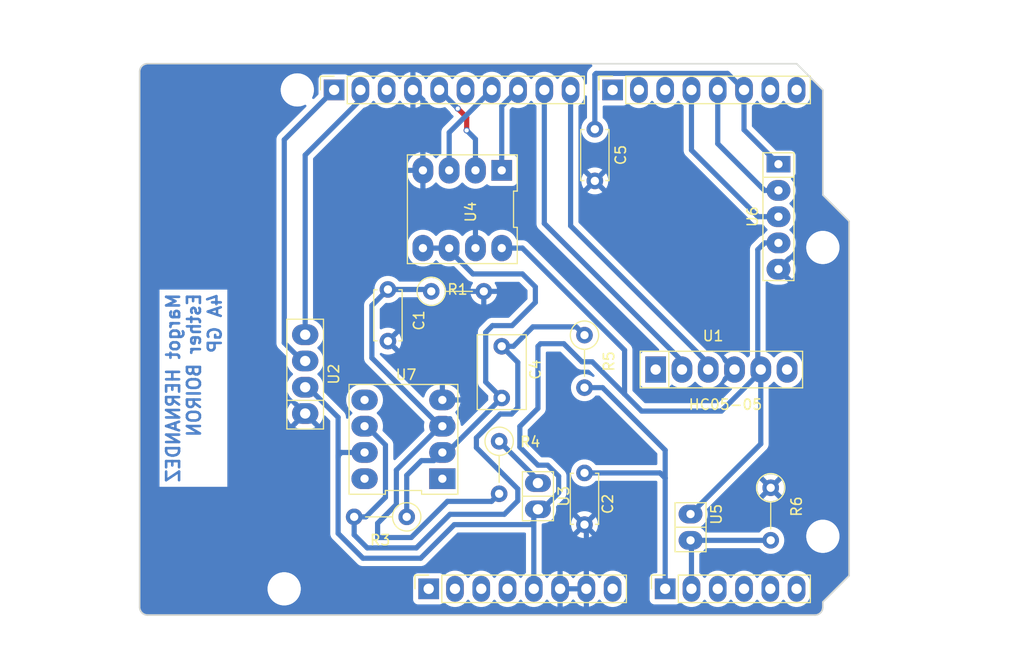
<source format=kicad_pcb>
(kicad_pcb (version 20241229) (generator "pcbnew") (generator_version "9.0")
  (title_block (date "mar. 31 mars 2015"))
  (layers (0 "F.Cu" signal) (2 "B.Cu" signal) (13 "F.Paste" user) (15 "B.Paste" user) (5 "F.SilkS" user "F.Silkscreen") (7 "B.SilkS" user "B.Silkscreen") (1 "F.Mask" user) (3 "B.Mask" user) (25 "Edge.Cuts" user))
  (net 0 "")
  (net 1 "GND")
  (net 3 "+5V")
  (net 4 "/IOREF")
  (net 5 "Net-(U7-+)")
  (net 6 "ADC")
  (net 7 "/A2")
  (net 8 "/A3")
  (net 9 "R2")
  (net 10 "Net-(U7-OUT)")
  (net 11 "CLK")
  (net 12 "SDI")
  (net 13 "/AREF")
  (net 14 "/7")
  (net 15 "SCL")
  (net 16 "CS")
  (net 17 "SCK")
  (net 18 "/TX{slash}1")
  (net 19 "RXD")
  (net 20 "SDA")
  (net 21 "TXD")
  (net 22 "/*6")
  (net 23 "/RX{slash}0")
  (net 24 "/*5")
  (net 25 "+3V3")
  (net 26 "VCC")
  (net 27 "/~{RESET}")
  (net 28 "FS")
  (net 30 "DT")
  (net 31 "SW")
  (net 32 "Net-(R4-Pad1)")
  (net 34 "/12")
  (footprint "Connector_PinSocket_2.54mm:PinSocket_1x08_P2.54mm_Vertical" (layer "F.Cu") (at 127.94 97.46 90)
    (property "Reference" "J1" (hide yes))
    (property "Value" "Power")
    (fp_line (start 1.33 -1.33) (end 1.33 0) (stroke (width 0.12)) (layer "F.SilkS"))
    (fp_line (start 0 -1.33) (end 1.33 -1.33) (stroke (width 0.12)) (layer "F.SilkS"))
    (fp_line (start 1.33 1.27) (end 1.33 19.11) (stroke (width 0.12)) (layer "F.SilkS"))
    (fp_line (start -1.33 1.27) (end 1.33 1.27) (stroke (width 0.12)) (layer "F.SilkS"))
    (fp_line (start -1.33 1.27) (end -1.33 19.11) (stroke (width 0.12)) (layer "F.SilkS"))
    (fp_line (start -1.33 19.11) (end 1.33 19.11) (stroke (width 0.12)) (layer "F.SilkS"))
    (pad "1" thru_hole rect (at 0 0 90) (size 2 2) (drill 1) (layers "*.Cu" "*.Mask"))
    (pad "2" thru_hole oval (at 0 2.54 90) (size 2.5 1.7) (drill 1) (layers "*.Cu" "*.Mask") (net 4 "/IOREF"))
    (pad "3" thru_hole oval (at 0 5.08 90) (size 2.5 1.7) (drill 1) (layers "*.Cu" "*.Mask") (net 27 "/~{RESET}"))
    (pad "4" thru_hole oval (at 0 7.62 90) (size 2.5 1.7) (drill 1) (layers "*.Cu" "*.Mask") (net 25 "+3V3"))
    (pad "5" thru_hole oval (at 0 10.16 90) (size 2.5 1.7) (drill 1) (layers "*.Cu" "*.Mask") (net 3 "+5V"))
    (pad "6" thru_hole oval (at 0 12.7 90) (size 2.5 1.7) (drill 1) (layers "*.Cu" "*.Mask") (net 1 "GND"))
    (pad "7" thru_hole oval (at 0 15.24 90) (size 2.5 1.7) (drill 1) (layers "*.Cu" "*.Mask") (net 1 "GND"))
    (pad "8" thru_hole oval (at 0 17.78 90) (size 2.5 1.7) (drill 1) (layers "*.Cu" "*.Mask") (net 26 "VCC"))
  )
  (footprint "Connector_PinSocket_2.54mm:PinSocket_1x06_P2.54mm_Vertical" (layer "F.Cu") (at 150.8 97.46 90)
    (property "Reference" "J3" (hide yes))
    (property "Value" "Analog")
    (fp_line (start 1.33 -1.33) (end 1.33 0) (stroke (width 0.12)) (layer "F.SilkS"))
    (fp_line (start 0 -1.33) (end 1.33 -1.33) (stroke (width 0.12)) (layer "F.SilkS"))
    (fp_line (start 1.33 1.27) (end 1.33 14.03) (stroke (width 0.12)) (layer "F.SilkS"))
    (fp_line (start -1.33 1.27) (end 1.33 1.27) (stroke (width 0.12)) (layer "F.SilkS"))
    (fp_line (start -1.33 1.27) (end -1.33 14.03) (stroke (width 0.12)) (layer "F.SilkS"))
    (fp_line (start -1.33 14.03) (end 1.33 14.03) (stroke (width 0.12)) (layer "F.SilkS"))
    (pad "1" thru_hole rect (at 0 0 90) (size 2 2) (drill 1) (layers "*.Cu" "*.Mask") (net 6 "ADC"))
    (pad "2" thru_hole oval (at 0 2.54 90) (size 2.5 1.7) (drill 1) (layers "*.Cu" "*.Mask") (net 28 "FS"))
    (pad "3" thru_hole oval (at 0 5.08 90) (size 2.5 1.7) (drill 1) (layers "*.Cu" "*.Mask") (net 7 "/A2"))
    (pad "4" thru_hole oval (at 0 7.62 90) (size 2.5 1.7) (drill 1) (layers "*.Cu" "*.Mask") (net 8 "/A3"))
    (pad "5" thru_hole oval (at 0 10.16 90) (size 2.5 1.7) (drill 1) (layers "*.Cu" "*.Mask") (net 20 "SDA"))
    (pad "6" thru_hole oval (at 0 12.7 90) (size 2.5 1.7) (drill 1) (layers "*.Cu" "*.Mask") (net 15 "SCL"))
  )
  (footprint "Connector_PinSocket_2.54mm:PinSocket_1x10_P2.54mm_Vertical" (layer "F.Cu") (at 118.796 49.2 90)
    (property "Reference" "J2" (hide yes))
    (property "Value" "Digital/PWM")
    (fp_line (start 1.33 -1.33) (end 1.33 0) (stroke (width 0.12)) (layer "F.SilkS"))
    (fp_line (start 0 -1.33) (end 1.33 -1.33) (stroke (width 0.12)) (layer "F.SilkS"))
    (fp_line (start 1.33 1.27) (end 1.33 24.19) (stroke (width 0.12)) (layer "F.SilkS"))
    (fp_line (start -1.33 1.27) (end 1.33 1.27) (stroke (width 0.12)) (layer "F.SilkS"))
    (fp_line (start -1.33 1.27) (end -1.33 24.19) (stroke (width 0.12)) (layer "F.SilkS"))
    (fp_line (start -1.33 24.19) (end 1.33 24.19) (stroke (width 0.12)) (layer "F.SilkS"))
    (pad "1" thru_hole rect (at 0 0 90) (size 2 2) (drill 1) (layers "*.Cu" "*.Mask") (net 15 "SCL"))
    (pad "2" thru_hole oval (at 0 2.54 90) (size 2.5 1.7) (drill 1) (layers "*.Cu" "*.Mask") (net 20 "SDA"))
    (pad "3" thru_hole oval (at 0 5.08 90) (size 2.5 1.7) (drill 1) (layers "*.Cu" "*.Mask") (net 13 "/AREF"))
    (pad "4" thru_hole oval (at 0 7.62 90) (size 2.5 1.7) (drill 1) (layers "*.Cu" "*.Mask") (net 1 "GND"))
    (pad "5" thru_hole oval (at 0 10.16 90) (size 2.5 1.7) (drill 1) (layers "*.Cu" "*.Mask") (net 17 "SCK"))
    (pad "6" thru_hole oval (at 0 12.7 90) (size 2.5 1.7) (drill 1) (layers "*.Cu" "*.Mask") (net 34 "/12"))
    (pad "7" thru_hole oval (at 0 15.24 90) (size 2.5 1.7) (drill 1) (layers "*.Cu" "*.Mask") (net 12 "SDI"))
    (pad "8" thru_hole oval (at 0 17.78 90) (size 2.5 1.7) (drill 1) (layers "*.Cu" "*.Mask") (net 16 "CS"))
    (pad "9" thru_hole oval (at 0 20.32 90) (size 2.5 1.7) (drill 1) (layers "*.Cu" "*.Mask") (net 19 "RXD"))
    (pad "10" thru_hole oval (at 0 22.86 90) (size 2.5 1.7) (drill 1) (layers "*.Cu" "*.Mask") (net 21 "TXD"))
  )
  (footprint "Connector_PinSocket_2.54mm:PinSocket_1x08_P2.54mm_Vertical" (layer "F.Cu") (at 145.72 49.2 90)
    (property "Reference" "J4" (hide yes))
    (property "Value" "Digital/PWM")
    (fp_line (start 1.33 -1.33) (end 1.33 0) (stroke (width 0.12)) (layer "F.SilkS"))
    (fp_line (start 0 -1.33) (end 1.33 -1.33) (stroke (width 0.12)) (layer "F.SilkS"))
    (fp_line (start 1.33 1.27) (end 1.33 19.11) (stroke (width 0.12)) (layer "F.SilkS"))
    (fp_line (start -1.33 1.27) (end 1.33 1.27) (stroke (width 0.12)) (layer "F.SilkS"))
    (fp_line (start -1.33 1.27) (end -1.33 19.11) (stroke (width 0.12)) (layer "F.SilkS"))
    (fp_line (start -1.33 19.11) (end 1.33 19.11) (stroke (width 0.12)) (layer "F.SilkS"))
    (pad "1" thru_hole rect (at 0 0 90) (size 2 2) (drill 1) (layers "*.Cu" "*.Mask") (net 14 "/7"))
    (pad "2" thru_hole oval (at 0 2.54 90) (size 2.5 1.7) (drill 1) (layers "*.Cu" "*.Mask") (net 22 "/*6"))
    (pad "3" thru_hole oval (at 0 5.08 90) (size 2.5 1.7) (drill 1) (layers "*.Cu" "*.Mask") (net 24 "/*5"))
    (pad "4" thru_hole oval (at 0 7.62 90) (size 2.5 1.7) (drill 1) (layers "*.Cu" "*.Mask") (net 31 "SW"))
    (pad "5" thru_hole oval (at 0 10.16 90) (size 2.5 1.7) (drill 1) (layers "*.Cu" "*.Mask") (net 30 "DT"))
    (pad "6" thru_hole oval (at 0 12.7 90) (size 2.5 1.7) (drill 1) (layers "*.Cu" "*.Mask") (net 11 "CLK"))
    (pad "7" thru_hole oval (at 0 15.24 90) (size 2.5 1.7) (drill 1) (layers "*.Cu" "*.Mask") (net 18 "/TX{slash}1"))
    (pad "8" thru_hole oval (at 0 17.78 90) (size 2.5 1.7) (drill 1) (layers "*.Cu" "*.Mask") (net 23 "/RX{slash}0"))
  )
  (footprint "librairie-empreintes:LTC1050" (layer "F.Cu") (at 125.5 83 90)
    (property "Reference" "U7" (at 6.25 0.25 0) (layer "F.SilkS"))
    (property "Value" "~")
    (fp_line (start 5.31 -5.26) (end -5.31 -5.26) (stroke (width 0.12)) (layer "F.SilkS"))
    (fp_line (start -5.31 -5.26) (end -5.31 -1.753333) (stroke (width 0.12)) (layer "F.SilkS"))
    (fp_line (start -4.95 -1.753333) (end -4.95 1.753333) (stroke (width 0.12)) (layer "F.SilkS"))
    (fp_line (start -5.31 -1.753333) (end -4.95 -1.753333) (stroke (width 0.12)) (layer "F.SilkS"))
    (fp_line (start -4.95 1.753333) (end -5.31 1.753333) (stroke (width 0.12)) (layer "F.SilkS"))
    (fp_line (start -5.31 1.753333) (end -5.31 5.26) (stroke (width 0.12)) (layer "F.SilkS"))
    (fp_line (start 5.31 5.26) (end 5.31 -5.26) (stroke (width 0.12)) (layer "F.SilkS"))
    (fp_line (start -5.31 5.26) (end 5.31 5.26) (stroke (width 0.12)) (layer "F.SilkS"))
    (pad "1" thru_hole rect (at -3.81 3.76 90) (size 2 2.54) (drill 0.8) (layers "*.Cu" "*.Mask"))
    (pad "2" thru_hole oval (at -1.27 3.76 90) (size 2 2.54) (drill 0.8) (layers "*.Cu" "*.Mask") (net 9 "R2"))
    (pad "3" thru_hole oval (at 1.27 3.76 90) (size 2 2.54) (drill 0.8) (layers "*.Cu" "*.Mask") (net 5 "Net-(U7-+)"))
    (pad "4" thru_hole oval (at 3.81 3.76 90) (size 2 2.54) (drill 0.8) (layers "*.Cu" "*.Mask") (net 1 "GND"))
    (pad "5" thru_hole oval (at 3.81 -3.76 90) (size 2 2.54) (drill 0.8) (layers "*.Cu" "*.Mask"))
    (pad "6" thru_hole oval (at 1.27 -3.76 90) (size 2 2.54) (drill 0.8) (layers "*.Cu" "*.Mask") (net 10 "Net-(U7-OUT)"))
    (pad "7" thru_hole oval (at -1.27 -3.76 90) (size 2 2.54) (drill 0.8) (layers "*.Cu" "*.Mask") (net 3 "+5V"))
    (pad "8" thru_hole oval (at -3.81 -3.76 90) (size 2 2.54) (drill 0.8) (layers "*.Cu" "*.Mask"))
  )
  (footprint "Capacitor_THT:C_Rect_L7.0mm_W4.5mm_P5.00mm" (layer "F.Cu") (at 135 79 90)
    (property "Reference" "C4" (at 2.75 3.25 90) (layer "F.SilkS"))
    (property "Value" "1u")
    (fp_line (start 6.12 -2.37) (end 6.12 2.37) (stroke (width 0.12)) (layer "F.SilkS"))
    (fp_line (start -1.12 -2.37) (end 6.12 -2.37) (stroke (width 0.12)) (layer "F.SilkS"))
    (fp_line (start -1.12 -2.37) (end -1.12 2.37) (stroke (width 0.12)) (layer "F.SilkS"))
    (fp_line (start -1.12 2.37) (end 6.12 2.37) (stroke (width 0.12)) (layer "F.SilkS"))
    (pad "1" thru_hole circle (at 0 0 90) (size 1.6 1.6) (drill 0.8) (layers "*.Cu" "*.Mask") (net 9 "R2"))
    (pad "2" thru_hole circle (at 5 0 90) (size 1.6 1.6) (drill 0.8) (layers "*.Cu" "*.Mask") (net 10 "Net-(U7-OUT)"))
  )
  (footprint "Resistor_THT:R_Axial_DIN0207_L6.3mm_D2.5mm_P5.08mm_Vertical" (layer "F.Cu") (at 128.185 68.685)
    (property "Reference" "R1" (at 2.54 -0.185 0) (layer "F.SilkS"))
    (property "Value" "100k")
    (fp_line (start 1.37 0) (end 3.98 0) (stroke (width 0.12)) (layer "F.SilkS"))
    (fp_circle (center 0 0) (end 1.37 0) (stroke (width 0.12)) (fill no) (layer "F.SilkS"))
    (pad "1" thru_hole circle (at 0 0) (size 1.6 1.6) (drill 0.8) (layers "*.Cu" "*.Mask") (net 5 "Net-(U7-+)"))
    (pad "2" thru_hole oval (at 5.08 0) (size 1.6 1.6) (drill 0.8) (layers "*.Cu" "*.Mask") (net 1 "GND"))
  )
  (footprint "librairie-empreintes:flex-sensor" (layer "F.Cu") (at 153.25 91.5 -90)
    (property "Reference" "U5" (at -1.25 -2.5 90) (layer "F.SilkS"))
    (property "Value" "~")
    (fp_line (start -2.37 1.5) (end -2.37 -1.5) (stroke (width 0.12)) (layer "F.SilkS"))
    (fp_line (start 2.37 1.5) (end -2.37 1.5) (stroke (width 0.12)) (layer "F.SilkS"))
    (fp_line (start -2.37 -1.5) (end 2.37 -1.5) (stroke (width 0.12)) (layer "F.SilkS"))
    (fp_line (start 0 -1.5) (end 0 1.5) (stroke (width 0.12)) (layer "F.SilkS"))
    (fp_line (start 2.37 -1.5) (end 2.37 1.5) (stroke (width 0.12)) (layer "F.SilkS"))
    (pad "1" thru_hole oval (at -1.27 0 270) (size 1.8 2.3) (drill 0.8) (layers "*.Cu" "*.Mask") (net 3 "+5V"))
    (pad "2" thru_hole oval (at 1.27 0 270) (size 1.8 2.3) (drill 0.8) (layers "*.Cu" "*.Mask") (net 28 "FS"))
  )
  (footprint "librairie-empreintes:HC05-05" (layer "F.Cu") (at 155.58 75.02)
    (property "Reference" "U1" (at -0.15 -2.02 0) (layer "F.SilkS"))
    (property "Value" "~")
    (fp_line (start -7.2 -0.54) (end 8.5 -0.54) (stroke (width 0.12)) (layer "F.SilkS"))
    (fp_line (start -7.2 3) (end -7.2 -0.54) (stroke (width 0.12)) (layer "F.SilkS"))
    (fp_line (start -4.43 -0.54) (end -4.43 3) (stroke (width 0.12)) (layer "F.SilkS"))
    (fp_line (start 8.5 -0.54) (end 8.5 3) (stroke (width 0.12)) (layer "F.SilkS"))
    (fp_line (start 8.5 3) (end -7.2 3) (stroke (width 0.12)) (layer "F.SilkS"))
    (fp_text user "HC05-05" (at -2.6 5.2 0) (layer "F.SilkS") (effects (justify left bottom)))
    (pad "1" thru_hole rect (at -5.7 1.23) (size 2 2.54) (drill 1) (layers "*.Cu" "*.Mask"))
    (pad "2" thru_hole oval (at -3.16 1.23) (size 2 2.54) (drill 1) (layers "*.Cu" "*.Mask") (net 19 "RXD"))
    (pad "3" thru_hole oval (at -0.62 1.23) (size 2 2.54) (drill 1) (layers "*.Cu" "*.Mask") (net 21 "TXD"))
    (pad "4" thru_hole oval (at 1.92 1.23) (size 2 2.54) (drill 1) (layers "*.Cu" "*.Mask") (net 1 "GND"))
    (pad "5" thru_hole oval (at 4.46 1.23) (size 2 2.54) (drill 1) (layers "*.Cu" "*.Mask") (net 3 "+5V"))
    (pad "6" thru_hole oval (at 7 1.23) (size 2 2.54) (drill 1) (layers "*.Cu" "*.Mask"))
  )
  (footprint "Capacitor_THT:C_Disc_D4.7mm_W2.5mm_P5.00mm" (layer "F.Cu") (at 143 86.25 -90)
    (property "Reference" "C2" (at 3 -2.25 270) (layer "F.SilkS"))
    (property "Value" "100n")
    (fp_line (start 0.03 1.37) (end 4.97 1.37) (stroke (width 0.12)) (layer "F.SilkS"))
    (fp_line (start 0.03 1.055) (end 0.03 1.37) (stroke (width 0.12)) (layer "F.SilkS"))
    (fp_line (start 4.97 1.055) (end 4.97 1.37) (stroke (width 0.12)) (layer "F.SilkS"))
    (fp_line (start 0.03 -1.37) (end 0.03 -1.055) (stroke (width 0.12)) (layer "F.SilkS"))
    (fp_line (start 0.03 -1.37) (end 4.97 -1.37) (stroke (width 0.12)) (layer "F.SilkS"))
    (fp_line (start 4.97 -1.37) (end 4.97 -1.055) (stroke (width 0.12)) (layer "F.SilkS"))
    (pad "1" thru_hole circle (at 0 0 270) (size 1.6 1.6) (drill 0.8) (layers "*.Cu" "*.Mask") (net 6 "ADC"))
    (pad "2" thru_hole circle (at 5 0 270) (size 1.6 1.6) (drill 0.8) (layers "*.Cu" "*.Mask") (net 1 "GND"))
  )
  (footprint "Arduino_MountingHole:MountingHole_3.2mm" (layer "F.Cu") (at 115.24 49.2)
    (property "Reference" "MH1" (hide yes))
    (property "Value" "MountingHole_3.2mm" (hide yes))
    (pad "" np_thru_hole circle (at 0 0) (size 3.2 3.2) (drill 3.2) (layers "*.Cu" "*.Mask"))
  )
  (footprint "Resistor_THT:R_Axial_DIN0207_L6.3mm_D2.5mm_P5.08mm_Vertical" (layer "F.Cu") (at 143 72.92 -90)
    (property "Reference" "R5" (at 2.54 -2.37 90) (layer "F.SilkS"))
    (property "Value" "1k")
    (fp_line (start 1.37 0) (end 3.98 0) (stroke (width 0.12)) (layer "F.SilkS"))
    (fp_circle (center 0 0) (end 1.37 0) (stroke (width 0.12)) (fill no) (layer "F.SilkS"))
    (pad "1" thru_hole circle (at 0 0 270) (size 1.6 1.6) (drill 0.8) (layers "*.Cu" "*.Mask") (net 10 "Net-(U7-OUT)"))
    (pad "2" thru_hole oval (at 5.08 0 270) (size 1.6 1.6) (drill 0.8) (layers "*.Cu" "*.Mask") (net 6 "ADC"))
  )
  (footprint "librairie-empreintes:MCP41050" (layer "F.Cu") (at 131.19 60.74 180)
    (property "Reference" "U4" (at -0.81 -0.26 90) (layer "F.SilkS"))
    (property "Value" "~")
    (fp_line (start 5.31 5.26) (end 5.31 -5.26) (stroke (width 0.12)) (layer "F.SilkS"))
    (fp_line (start 5.31 -5.26) (end -5.31 -5.26) (stroke (width 0.12)) (layer "F.SilkS"))
    (fp_line (start -4.95 1.753333) (end -5.31 1.753333) (stroke (width 0.12)) (layer "F.SilkS"))
    (fp_line (start -4.95 -1.753333) (end -4.95 1.753333) (stroke (width 0.12)) (layer "F.SilkS"))
    (fp_line (start -5.31 5.26) (end 5.31 5.26) (stroke (width 0.12)) (layer "F.SilkS"))
    (fp_line (start -5.31 1.753333) (end -5.31 5.26) (stroke (width 0.12)) (layer "F.SilkS"))
    (fp_line (start -5.31 -1.753333) (end -4.95 -1.753333) (stroke (width 0.12)) (layer "F.SilkS"))
    (fp_line (start -5.31 -5.26) (end -5.31 -1.753333) (stroke (width 0.12)) (layer "F.SilkS"))
    (pad "1" thru_hole rect (at -3.81 3.76 180) (size 2 2) (drill 0.8) (layers "*.Cu" "*.Mask") (net 16 "CS"))
    (pad "2" thru_hole oval (at -1.27 3.76 180) (size 2 2.54) (drill 0.8) (layers "*.Cu" "*.Mask") (net 17 "SCK"))
    (pad "3" thru_hole oval (at 1.27 3.76 180) (size 2 2.54) (drill 0.8) (layers "*.Cu" "*.Mask") (net 12 "SDI"))
    (pad "4" thru_hole oval (at 3.81 3.76 180) (size 2 2.54) (drill 0.8) (layers "*.Cu" "*.Mask") (net 1 "GND"))
    (pad "5" thru_hole oval (at 3.81 -3.76 180) (size 2 2.54) (drill 0.8) (layers "*.Cu" "*.Mask") (net 9 "R2"))
    (pad "6" thru_hole oval (at 1.27 -3.76 180) (size 2 2.54) (drill 0.8) (layers "*.Cu" "*.Mask") (net 9 "R2"))
    (pad "7" thru_hole oval (at -1.27 -3.76 180) (size 2 2.54) (drill 0.8) (layers "*.Cu" "*.Mask") (net 1 "GND"))
    (pad "8" thru_hole oval (at -3.81 -3.76 180) (size 2 2.54) (drill 0.8) (layers "*.Cu" "*.Mask") (net 3 "+5V"))
  )
  (footprint "librairie-empreintes:OLED01" (layer "F.Cu") (at 116 76.69 90)
    (property "Reference" "U2" (at 0 2.77 90) (layer "F.SilkS"))
    (property "Value" "~")
    (fp_line (start 5.31 -1.77) (end 5.31 1.77) (stroke (width 0.12)) (layer "F.SilkS"))
    (fp_line (start -2.54 -1.77) (end -2.54 1.77) (stroke (width 0.12)) (layer "F.SilkS"))
    (fp_line (start -5.31 -1.77) (end 5.31 -1.77) (stroke (width 0.12)) (layer "F.SilkS"))
    (fp_line (start 5.31 1.77) (end -5.31 1.77) (stroke (width 0.12)) (layer "F.SilkS"))
    (fp_line (start -5.31 1.77) (end -5.31 -1.77) (stroke (width 0.12)) (layer "F.SilkS"))
    (pad "1" thru_hole oval (at -3.81 0 90) (size 2 2.54) (drill 1) (layers "*.Cu" "*.Mask") (net 1 "GND"))
    (pad "2" thru_hole oval (at -1.27 0 90) (size 2 2.54) (drill 1) (layers "*.Cu" "*.Mask") (net 3 "+5V"))
    (pad "3" thru_hole oval (at 1.27 0 90) (size 2 2.54) (drill 1) (layers "*.Cu" "*.Mask") (net 15 "SCL"))
    (pad "4" thru_hole oval (at 3.81 0 90) (size 2 2.54) (drill 1) (layers "*.Cu" "*.Mask") (net 20 "SDA"))
  )
  (footprint "Resistor_THT:R_Axial_DIN0207_L6.3mm_D2.5mm_P5.08mm_Vertical" (layer "F.Cu") (at 161 87.685 -90)
    (property "Reference" "R6" (at 1.815 -2.5 90) (layer "F.SilkS"))
    (property "Value" "47k")
    (fp_line (start 1.37 0) (end 3.98 0) (stroke (width 0.12)) (layer "F.SilkS"))
    (fp_circle (center 0 0) (end 1.37 0) (stroke (width 0.12)) (fill no) (layer "F.SilkS"))
    (pad "1" thru_hole circle (at 0 0 270) (size 1.6 1.6) (drill 0.8) (layers "*.Cu" "*.Mask") (net 1 "GND"))
    (pad "2" thru_hole oval (at 5.08 0 270) (size 1.6 1.6) (drill 0.8) (layers "*.Cu" "*.Mask") (net 28 "FS"))
  )
  (footprint "librairie-empreintes:graphite-sensor" (layer "F.Cu") (at 138.5 88.5 90)
    (property "Reference" "U3" (at 0 2.5 90) (layer "F.SilkS"))
    (property "Value" "~")
    (fp_line (start 2.37 -1.5) (end 2.37 1.5) (stroke (width 0.12)) (layer "F.SilkS"))
    (fp_line (start 0 -1.5) (end 0 1.5) (stroke (width 0.12)) (layer "F.SilkS"))
    (fp_line (start -2.37 -1.5) (end 2.37 -1.5) (stroke (width 0.12)) (layer "F.SilkS"))
    (fp_line (start 2.37 1.5) (end -2.37 1.5) (stroke (width 0.12)) (layer "F.SilkS"))
    (fp_line (start -2.37 1.5) (end -2.37 -1.5) (stroke (width 0.12)) (layer "F.SilkS"))
    (pad "1" thru_hole oval (at -1.27 0 90) (size 1.7 2.5) (drill 1) (layers "*.Cu" "*.Mask") (net 3 "+5V"))
    (pad "2" thru_hole oval (at 1.27 0 90) (size 1.7 2.5) (drill 1) (layers "*.Cu" "*.Mask") (net 32 "Net-(R4-Pad1)"))
  )
  (footprint "Capacitor_THT:C_Disc_D4.7mm_W2.5mm_P5.00mm" (layer "F.Cu") (at 144 53 -90)
    (property "Reference" "C5" (at 2.5 -2.5 90) (layer "F.SilkS"))
    (property "Value" "100n")
    (fp_line (start 0.03 1.37) (end 4.97 1.37) (stroke (width 0.12)) (layer "F.SilkS"))
    (fp_line (start 0.03 1.055) (end 0.03 1.37) (stroke (width 0.12)) (layer "F.SilkS"))
    (fp_line (start 4.97 1.055) (end 4.97 1.37) (stroke (width 0.12)) (layer "F.SilkS"))
    (fp_line (start 0.03 -1.37) (end 0.03 -1.055) (stroke (width 0.12)) (layer "F.SilkS"))
    (fp_line (start 0.03 -1.37) (end 4.97 -1.37) (stroke (width 0.12)) (layer "F.SilkS"))
    (fp_line (start 4.97 -1.37) (end 4.97 -1.055) (stroke (width 0.12)) (layer "F.SilkS"))
    (pad "1" thru_hole circle (at 0 0 270) (size 1.6 1.6) (drill 0.8) (layers "*.Cu" "*.Mask") (net 11 "CLK"))
    (pad "2" thru_hole circle (at 5 0 270) (size 1.6 1.6) (drill 0.8) (layers "*.Cu" "*.Mask") (net 1 "GND"))
  )
  (footprint "Resistor_THT:R_Axial_DIN0207_L6.3mm_D2.5mm_P5.08mm_Vertical" (layer "F.Cu") (at 134.75 83.185 -90)
    (property "Reference" "R4" (at 0.065 -3 180) (layer "F.SilkS"))
    (property "Value" "10k")
    (fp_line (start 1.37 0) (end 3.98 0) (stroke (width 0.12)) (layer "F.SilkS"))
    (fp_circle (center 0 0) (end 1.37 0) (stroke (width 0.12)) (fill no) (layer "F.SilkS"))
    (pad "1" thru_hole circle (at 0 0 270) (size 1.6 1.6) (drill 0.8) (layers "*.Cu" "*.Mask") (net 32 "Net-(R4-Pad1)"))
    (pad "2" thru_hole oval (at 5.08 0 270) (size 1.6 1.6) (drill 0.8) (layers "*.Cu" "*.Mask") (net 5 "Net-(U7-+)"))
  )
  (footprint "Arduino_MountingHole:MountingHole_3.2mm" (layer "F.Cu") (at 113.97 97.46)
    (property "Reference" "MH2" (hide yes))
    (property "Value" "MountingHole_3.2mm" (hide yes))
    (pad "" np_thru_hole circle (at 0 0) (size 3.2 3.2) (drill 3.2) (layers "*.Cu" "*.Mask"))
  )
  (footprint "Arduino_MountingHole:MountingHole_3.2mm" (layer "F.Cu") (at 166.04 64.44)
    (property "Reference" "MH3" (hide yes))
    (property "Value" "MountingHole_3.2mm" (hide yes))
    (pad "" np_thru_hole circle (at 0 0) (size 3.2 3.2) (drill 3.2) (layers "*.Cu" "*.Mask"))
  )
  (footprint "Capacitor_THT:C_Disc_D4.7mm_W2.5mm_P5.00mm" (layer "F.Cu") (at 124 68.5 -90)
    (property "Reference" "C1" (at 3 -3 90) (layer "F.SilkS"))
    (property "Value" "100n")
    (fp_line (start 0.03 1.37) (end 4.97 1.37) (stroke (width 0.12)) (layer "F.SilkS"))
    (fp_line (start 0.03 1.055) (end 0.03 1.37) (stroke (width 0.12)) (layer "F.SilkS"))
    (fp_line (start 4.97 1.055) (end 4.97 1.37) (stroke (width 0.12)) (layer "F.SilkS"))
    (fp_line (start 0.03 -1.37) (end 0.03 -1.055) (stroke (width 0.12)) (layer "F.SilkS"))
    (fp_line (start 0.03 -1.37) (end 4.97 -1.37) (stroke (width 0.12)) (layer "F.SilkS"))
    (fp_line (start 4.97 -1.37) (end 4.97 -1.055) (stroke (width 0.12)) (layer "F.SilkS"))
    (pad "1" thru_hole circle (at 0 0 270) (size 1.6 1.6) (drill 0.8) (layers "*.Cu" "*.Mask") (net 5 "Net-(U7-+)"))
    (pad "2" thru_hole circle (at 5 0 270) (size 1.6 1.6) (drill 0.8) (layers "*.Cu" "*.Mask") (net 1 "GND"))
  )
  (footprint "Arduino_MountingHole:MountingHole_3.2mm" (layer "F.Cu") (at 166.04 92.38)
    (property "Reference" "MH4" (hide yes))
    (property "Value" "MountingHole_3.2mm" (hide yes))
    (pad "" np_thru_hole circle (at 0 0) (size 3.2 3.2) (drill 3.2) (layers "*.Cu" "*.Mask"))
  )
  (footprint "Resistor_THT:R_Axial_DIN0207_L6.3mm_D2.5mm_P5.08mm_Vertical" (layer "F.Cu") (at 125.815 90.5 180)
    (property "Reference" "R3" (at 2.565 -2.25 0) (layer "F.SilkS"))
    (property "Value" "100k")
    (fp_line (start 1.37 0) (end 3.98 0) (stroke (width 0.12)) (layer "F.SilkS"))
    (fp_circle (center 0 0) (end 1.37 0) (stroke (width 0.12)) (fill no) (layer "F.SilkS"))
    (pad "1" thru_hole circle (at 0 0 180) (size 1.6 1.6) (drill 0.8) (layers "*.Cu" "*.Mask") (net 9 "R2"))
    (pad "2" thru_hole oval (at 5.08 0 180) (size 1.6 1.6) (drill 0.8) (layers "*.Cu" "*.Mask") (net 10 "Net-(U7-OUT)"))
  )
  (footprint "librairie-empreintes:KY-040" (layer "F.Cu") (at 161.75 61.46 -90)
    (property "Reference" "U6" (at 0 2.5 90) (layer "F.SilkS"))
    (property "Value" "~")
    (fp_line (start -6.18 1.5) (end -6.18 -1.5) (stroke (width 0.12)) (layer "F.SilkS"))
    (fp_line (start 6.18 1.5) (end -6.18 1.5) (stroke (width 0.12)) (layer "F.SilkS"))
    (fp_line (start -6.18 -1.5) (end 6.18 -1.5) (stroke (width 0.12)) (layer "F.SilkS"))
    (fp_line (start -3.81 -1.5) (end -3.81 1.5) (stroke (width 0.12)) (layer "F.SilkS"))
    (fp_line (start 6.18 -1.5) (end 6.18 1.5) (stroke (width 0.12)) (layer "F.SilkS"))
    (pad "1" thru_hole rect (at -5.08 0 270) (size 1.6 2.3) (drill 0.8) (layers "*.Cu" "*.Mask") (net 11 "CLK"))
    (pad "2" thru_hole oval (at -2.54 0 270) (size 2 2.3) (drill 0.8) (layers "*.Cu" "*.Mask") (net 30 "DT"))
    (pad "3" thru_hole oval (at 0 0 270) (size 2 2.3) (drill 0.8) (layers "*.Cu" "*.Mask") (net 31 "SW"))
    (pad "4" thru_hole oval (at 2.54 0 270) (size 2 2.3) (drill 0.8) (layers "*.Cu" "*.Mask") (net 3 "+5V"))
    (pad "5" thru_hole oval (at 5.08 0 270) (size 2 2.3) (drill 0.8) (layers "*.Cu" "*.Mask") (net 1 "GND"))
  )
  (gr_line (start 166.04 59.36) (end 168.58 61.9) (stroke (width 0.15)) (layer "Edge.Cuts"))
  (gr_line (start 100 99.238) (end 100 47.422) (stroke (width 0.15)) (layer "Edge.Cuts"))
  (gr_line (start 168.58 61.9) (end 168.58 96.19) (stroke (width 0.15)) (layer "Edge.Cuts"))
  (gr_line (start 165.278 100) (end 100.762 100) (stroke (width 0.15)) (layer "Edge.Cuts"))
  (gr_line (start 100.762 46.66) (end 163.5 46.66) (stroke (width 0.15)) (layer "Edge.Cuts"))
  (gr_arc (start 100.762 100) (mid 100.223185 99.776815) (end 100 99.238) (stroke (width 0.15)) (layer "Edge.Cuts"))
  (gr_line (start 168.58 96.19) (end 166.04 98.73) (stroke (width 0.15)) (layer "Edge.Cuts"))
  (gr_line (start 163.5 46.66) (end 166.04 49.2) (stroke (width 0.15)) (layer "Edge.Cuts"))
  (gr_arc (start 166.04 99.238) (mid 165.816815 99.776815) (end 165.278 100) (stroke (width 0.15)) (layer "Edge.Cuts"))
  (gr_line (start 166.04 49.2) (end 166.04 59.36) (stroke (width 0.15)) (layer "Edge.Cuts"))
  (gr_line (start 166.04 98.73) (end 166.04 99.238) (stroke (width 0.15)) (layer "Edge.Cuts"))
  (gr_arc (start 100 47.422) (mid 100.223185 46.883185) (end 100.762 46.66) (stroke (width 0.15)) (layer "Edge.Cuts"))
  (gr_text "Margot HERNANDEZ\nEsther BOIRON\n4A GP" (at 108 68.75 90) (layer "B.Cu") (effects (font (size 1.25 1.25) (thickness 0.25) (bold yes)) (justify left bottom mirror)))
  (segment (start 127.38 50.164) (end 126.416 49.2) (width 0.5) (layer "B.Cu") (net 1))
  (segment (start 127.38 56.98) (end 127.38 50.164) (width 0.5) (layer "B.Cu") (net 1))
  (segment (start 116.672 80.5) (end 116 80.5) (width 0.5) (layer "B.Cu") (net 1))
  (segment (start 143.18 91.43) (end 143 91.25) (width 0.5) (layer "B.Cu") (net 1))
  (segment (start 143.18 97.46) (end 143.18 91.43) (width 0.5) (layer "B.Cu") (net 1))
  (segment (start 121.74 84.27) (end 119.5 84.27) (width 0.5) (layer "B.Cu") (net 3))
  (segment (start 148.516288 80.266288) (end 146.875 78.625) (width 0.5) (layer "B.Cu") (net 3))
  (segment (start 137 64.5) (end 146.875 74.375) (width 0.5) (layer "B.Cu") (net 3))
  (segment (start 141 73.75) (end 138.752 73.75) (width 0.5) (layer "B.Cu") (net 3))
  (segment (start 138.1 91) (end 138.1 90.17) (width 0.5) (layer "B.Cu") (net 3))
  (segment (start 116 77.96) (end 116.27 77.96) (width 0.5) (layer "B.Cu") (net 3))
  (segment (start 159.75 64.65) (end 159.75 75.96) (width 0.5) (layer "B.Cu") (net 3))
  (segment (start 135 64.5) (end 137 64.5) (width 0.5) (layer "B.Cu") (net 3))
  (segment (start 130.413628 91.252) (end 137.848 91.252) (width 0.5) (layer "B.Cu") (net 3))
  (segment (start 139.434156 85.5) (end 140.501 86.566844) (width 0.5) (layer "B.Cu") (net 3))
  (segment (start 153.25 90.23) (end 160.04 83.44) (width 0.5) (layer "B.Cu") (net 3))
  (segment (start 119.184 84.75) (end 119.184 92.099628) (width 0.5) (layer "B.Cu") (net 3))
  (segment (start 160.4 64) (end 159.75 64.65) (width 0.5) (layer "B.Cu") (net 3))
  (segment (start 160.04 83.44) (end 160.04 76.25) (width 0.5) (layer "B.Cu") (net 3))
  (segment (start 116.27 77.96) (end 119.184 80.874) (width 0.5) (layer "B.Cu") (net 3))
  (segment (start 119.184 84.586) (end 119.184 84.75) (width 0.5) (layer "B.Cu") (net 3))
  (segment (start 119.184 80.874) (end 119.184 84.75) (width 0.5) (layer "B.Cu") (net 3))
  (segment (start 138.5 85.5) (end 139.434156 85.5) (width 0.5) (layer "B.Cu") (net 3))
  (segment (start 136.75 83.75) (end 138.5 85.5) (width 0.5) (layer "B.Cu") (net 3))
  (segment (start 140.501 86.566844) (end 140.501 88.169) (width 0.5) (layer "B.Cu") (net 3))
  (segment (start 121.585372 94.501) (end 127.164628 94.501) (width 0.5) (layer "B.Cu") (net 3))
  (segment (start 138.1 90.17) (end 138.5 89.77) (width 0.5) (layer "B.Cu") (net 3))
  (segment (start 142.75 75.5) (end 141 73.75) (width 0.5) (layer "B.Cu") (net 3))
  (segment (start 146.875 74.375) (end 146.875 78.625) (width 0.5) (layer "B.Cu") (net 3))
  (segment (start 143.75 75.5) (end 142.75 75.5) (width 0.5) (layer "B.Cu") (net 3))
  (segment (start 138.9 89.77) (end 138.5 89.77) (width 0.5) (layer "B.Cu") (net 3))
  (segment (start 136.75 81.75) (end 136.75 83.75) (width 0.5) (layer "B.Cu") (net 3))
  (segment (start 138.1 91) (end 138.1 97.46) (width 0.5) (layer "B.Cu") (net 3))
  (segment (start 144.75 76.5) (end 143.75 75.5) (width 0.5) (layer "B.Cu") (net 3))
  (segment (start 138.501 74.001) (end 138.501 79.999) (width 0.5) (layer "B.Cu") (net 3))
  (segment (start 138.5 97.06) (end 138.1 97.46) (width 0.5) (layer "B.Cu") (net 3))
  (segment (start 127.164628 94.501) (end 130.413628 91.252) (width 0.5) (layer "B.Cu") (net 3))
  (segment (start 140.501 88.169) (end 138.9 89.77) (width 0.5) (layer "B.Cu") (net 3))
  (segment (start 160.04 76.456288) (end 160.04 76.25) (width 0.5) (layer "B.Cu") (net 3))
  (segment (start 146.875 78.625) (end 144.75 76.5) (width 0.5) (layer "B.Cu") (net 3))
  (segment (start 137.848 91.252) (end 138.1 91) (width 0.5) (layer "B.Cu") (net 3))
  (segment (start 156.23 80.266288) (end 148.516288 80.266288) (width 0.5) (layer "B.Cu") (net 3))
  (segment (start 161.75 64) (end 160.4 64) (width 0.5) (layer "B.Cu") (net 3))
  (segment (start 157.123144 79.373144) (end 160.04 76.456288) (width 0.5) (layer "B.Cu") (net 3))
  (segment (start 159.75 75.96) (end 160.04 76.25) (width 0.5) (layer "B.Cu") (net 3))
  (segment (start 138.752 73.75) (end 138.501 74.001) (width 0.5) (layer "B.Cu") (net 3))
  (segment (start 119.5 84.27) (end 119.184 84.586) (width 0.5) (layer "B.Cu") (net 3))
  (segment (start 156.23 80.266288) (end 157.123144 79.373144) (width 0.5) (layer "B.Cu") (net 3))
  (segment (start 138.501 79.999) (end 136.75 81.75) (width 0.5) (layer "B.Cu") (net 3))
  (segment (start 119.184 92.099628) (end 121.585372 94.501) (width 0.5) (layer "B.Cu") (net 3))
  (segment (start 129.53 81.73) (end 129.26 81.73) (width 0.5) (layer "F.Cu") (net 5))
  (segment (start 122.449 70.051) (end 124 68.5) (width 0.5) (layer "B.Cu") (net 5))
  (segment (start 123 91.121554) (end 123 92.5) (width 0.5) (layer "B.Cu") (net 5))
  (segment (start 129.896008 82.366008) (end 129.26 81.73) (width 0.5) (layer "B.Cu") (net 5))
  (segment (start 129.053712 81.73) (end 124.814 85.969712) (width 0.5) (layer "B.Cu") (net 5))
  (segment (start 124 68.5) (end 128 68.5) (width 0.5) (layer "B.Cu") (net 5))
  (segment (start 123 92.5) (end 126.25 92.5) (width 0.5) (layer "B.Cu") (net 5))
  (segment (start 124.814 89.307554) (end 123 91.121554) (width 0.5) (layer "B.Cu") (net 5))
  (segment (start 122.449 75.125288) (end 122.449 70.051) (width 0.5) (layer "B.Cu") (net 5))
  (segment (start 126.25 92.5) (end 129.75 89) (width 0.5) (layer "B.Cu") (net 5))
  (segment (start 129.053712 81.73) (end 129.26 81.73) (width 0.5) (layer "B.Cu") (net 5))
  (segment (start 124.814 85.969712) (end 124.814 89.307554) (width 0.5) (layer "B.Cu") (net 5))
  (segment (start 128 68.5) (end 128.185 68.685) (width 0.5) (layer "B.Cu") (net 5))
  (segment (start 129.053712 81.73) (end 122.449 75.125288) (width 0.5) (layer "B.Cu") (net 5))
  (segment (start 129.26 81.73) (end 129.99 81) (width 0.5) (layer "B.Cu") (net 5))
  (segment (start 134.015 89) (end 134.75 88.265) (width 0.5) (layer "B.Cu") (net 5))
  (segment (start 129.75 89) (end 134.015 89) (width 0.5) (layer "B.Cu") (net 5))
  (segment (start 143 86.25) (end 150.3 86.25) (width 0.5) (layer "B.Cu") (net 6))
  (segment (start 150.3 86.25) (end 150.8 86.75) (width 0.5) (layer "B.Cu") (net 6))
  (segment (start 144.75 78) (end 143 78) (width 0.5) (layer "B.Cu") (net 6))
  (segment (start 150.8 97.46) (end 150.8 86.75) (width 0.5) (layer "B.Cu") (net 6))
  (segment (start 150.8 86.75) (end 150.8 84.05) (width 0.5) (layer "B.Cu") (net 6))
  (segment (start 150.8 84.05) (end 144.75 78) (width 0.5) (layer "B.Cu") (net 6))
  (segment (start 133.449 72.653) (end 134.102 72) (width 0.5) (layer "B.Cu") (net 9))
  (segment (start 125.815 86.483) (end 127.239 85.059) (width 0.5) (layer "B.Cu") (net 9))
  (segment (start 129.23 84.27) (end 129.26 84.27) (width 0.5) (layer "B.Cu") (net 9))
  (segment (start 132.213712 67) (end 129.92 64.706288) (width 0.5) (layer "B.Cu") (net 9))
  (segment (start 137 67) (end 132.213712 67) (width 0.5) (layer "B.Cu") (net 9))
  (segment (start 125.815 90.5) (end 125.815 86.483) (width 0.5) (layer "B.Cu") (net 9))
  (segment (start 128.441 85.059) (end 129.23 84.27) (width 0.5) (layer "B.Cu") (net 9))
  (segment (start 129.92 64.706288) (end 129.92 64.5) (width 0.5) (layer "B.Cu") (net 9))
  (segment (start 135 79) (end 133.449 77.449) (width 0.5) (layer "B.Cu") (net 9))
  (segment (start 129.92 64.5) (end 127.38 64.5) (width 0.5) (layer "B.Cu") (net 9))
  (segment (start 138.25 68.25) (end 137 67) (width 0.5) (layer "B.Cu") (net 9))
  (segment (start 133.449 77.449) (end 133.449 72.653) (width 0.5) (layer "B.Cu") (net 9))
  (segment (start 127.239 85.059) (end 128.441 85.059) (width 0.5) (layer "B.Cu") (net 9))
  (segment (start 129.716339 84.27) (end 134.986339 79) (width 0.5) (layer "B.Cu") (net 9))
  (segment (start 138.25 69.75) (end 138.25 68.25) (width 0.5) (layer "B.Cu") (net 9))
  (segment (start 134.102 72) (end 136 72) (width 0.5) (layer "B.Cu") (net 9))
  (segment (start 129.26 84.27) (end 129.716339 84.27) (width 0.5) (layer "B.Cu") (net 9))
  (segment (start 136 72) (end 138.25 69.75) (width 0.5) (layer "B.Cu") (net 9))
  (segment (start 134.986339 79) (end 135 79) (width 0.5) (layer "B.Cu") (net 9))
  (segment (start 132.551 83.801) (end 132.551 82.850967) (width 0.5) (layer "B.Cu") (net 10))
  (segment (start 136.551 87.801) (end 132.551 83.801) (width 0.5) (layer "B.Cu") (net 10))
  (segment (start 135.949 80.551) (end 136.551 79.949) (width 0.5) (layer "B.Cu") (net 10))
  (segment (start 123.761 83.544712) (end 123.761 88.60537) (width 0.5) (layer "B.Cu") (net 10))
  (segment (start 134.850967 80.551) (end 135.949 80.551) (width 0.5) (layer "B.Cu") (net 10))
  (segment (start 129.999 90.251) (end 135.249 90.251) (width 0.5) (layer "B.Cu") (net 10))
  (segment (start 132.551 82.850967) (end 134.850967 80.551) (width 0.5) (layer "B.Cu") (net 10))
  (segment (start 121.946288 81.73) (end 121.74 81.73) (width 0.5) (layer "B.Cu") (net 10))
  (segment (start 136.551 75.551) (end 135 74) (width 0.5) (layer "B.Cu") (net 10))
  (segment (start 120.735 90.5) (end 121.86637 90.5) (width 0.5) (layer "B.Cu") (net 10))
  (segment (start 143 72.92) (end 142.200001 72.120001) (width 0.5) (layer "B.Cu") (net 10))
  (segment (start 138.011369 72.120001) (end 136.13137 74) (width 0.5) (layer "B.Cu") (net 10))
  (segment (start 136.551 88.949) (end 136.551 87.801) (width 0.5) (layer "B.Cu") (net 10))
  (segment (start 142.200001 72.120001) (end 138.011369 72.120001) (width 0.5) (layer "B.Cu") (net 10))
  (segment (start 126.75 93.5) (end 129.999 90.251) (width 0.5) (layer "B.Cu") (net 10))
  (segment (start 122 93.5) (end 126.75 93.5) (width 0.5) (layer "B.Cu") (net 10))
  (segment (start 136.551 79.949) (end 136.551 75.551) (width 0.5) (layer "B.Cu") (net 10))
  (segment (start 121.86637 90.5) (end 123.761 88.60537) (width 0.5) (layer "B.Cu") (net 10))
  (segment (start 123.761 83.544712) (end 121.946288 81.73) (width 0.5) (layer "B.Cu") (net 10))
  (segment (start 135.249 90.251) (end 136.551 88.949) (width 0.5) (layer "B.Cu") (net 10))
  (segment (start 136.13137 74) (end 135 74) (width 0.5) (layer "B.Cu") (net 10))
  (segment (start 120.735 90.5) (end 120.735 92.235) (width 0.5) (layer "B.Cu") (net 10))
  (segment (start 120.735 92.235) (end 122 93.5) (width 0.5) (layer "B.Cu") (net 10))
  (segment (start 144 47.718) (end 144.119 47.599) (width 0.5) (layer "B.Cu") (net 11))
  (segment (start 158.42 49.2) (end 158.42 53.05) (width 0.5) (layer "B.Cu") (net 11))
  (segment (start 158.42 53.05) (end 161.75 56.38) (width 0.5) (layer "B.Cu") (net 11))
  (segment (start 144 53) (end 144 47.718) (width 0.5) (layer "B.Cu") (net 11))
  (segment (start 156.819 47.599) (end 158.42 49.2) (width 0.5) (layer "B.Cu") (net 11))
  (segment (start 144.119 47.599) (end 156.819 47.599) (width 0.5) (layer "B.Cu") (net 11))
  (segment (start 129.92 53.316) (end 134.036 49.2) (width 0.5) (layer "B.Cu") (net 12))
  (segment (start 129.92 56.98) (end 129.92 53.316) (width 0.5) (layer "B.Cu") (net 12))
  (segment (start 113.979 73.669) (end 115.73 75.42) (width 0.5) (layer "B.Cu") (net 15))
  (segment (start 118.796 49.2) (end 113.979 54.017) (width 0.5) (layer "B.Cu") (net 15))
  (segment (start 118.796 49.2) (end 118.796 49.288372) (width 0.5) (layer "B.Cu") (net 15))
  (segment (start 113.979 54.017) (end 113.979 73.669) (width 0.5) (layer "B.Cu") (net 15))
  (segment (start 115.73 75.42) (end 116 75.42) (width 0.5) (layer "B.Cu") (net 15))
  (segment (start 116 75.42) (end 115.92 75.5) (width 0.5) (layer "B.Cu") (net 15))
  (segment (start 135 50.776) (end 136.576 49.2) (width 0.5) (layer "B.Cu") (net 16))
  (segment (start 135 56.98) (end 135 50.776) (width 0.5) (layer "B.Cu") (net 16))
  (segment (start 131.604463 51.854463) (end 130.750537 51.000537) (width 0.5) (layer "F.Cu") (net 17))
  (segment (start 131.610463 53.110463) (end 131.610463 51.854463) (width 0.5) (layer "F.Cu") (net 17))
  (segment (start 131.610463 51.854463) (end 131.604463 51.854463) (width 0.5) (layer "F.Cu") (net 17))
  (via (at 130.750537 51.000537) (size 0.6) (drill 0.4) (layers "F.Cu" "B.Cu") (net 17))
  (via (at 131.610463 53.110463) (size 0.6) (drill 0.4) (layers "F.Cu" "B.Cu") (net 17))
  (segment (start 130.750537 51.000537) (end 130.750537 50.994537) (width 0.5) (layer "B.Cu") (net 17))
  (segment (start 132.46 53.96) (end 131.610463 53.110463) (width 0.5) (layer "B.Cu") (net 17))
  (segment (start 130.750537 50.994537) (end 128.956 49.2) (width 0.5) (layer "B.Cu") (net 17))
  (segment (start 132.46 56.98) (end 132.46 53.96) (width 0.5) (layer "B.Cu") (net 17))
  (segment (start 139.116 49.2) (end 139.116 62.116) (width 0.5) (layer "B.Cu") (net 19))
  (segment (start 152.42 75.42) (end 152.42 76.25) (width 0.5) (layer "B.Cu") (net 19))
  (segment (start 139.116 62.116) (end 152.42 75.42) (width 0.5) (layer "B.Cu") (net 19))
  (segment (start 116 55.5) (end 121.336 50.164) (width 0.5) (layer "B.Cu") (net 20))
  (segment (start 121.336 50.164) (end 121.336 49.2) (width 0.5) (layer "B.Cu") (net 20))
  (segment (start 116 72.88) (end 116 55.5) (width 0.5) (layer "B.Cu") (net 20))
  (segment (start 141.656 49.2) (end 141.656 62.344) (width 0.5) (layer "B.Cu") (net 21))
  (segment (start 154.96 75.648) (end 141.656 62.344) (width 0.5) (layer "B.Cu") (net 21))
  (segment (start 154.96 76.25) (end 154.96 75.648) (width 0.5) (layer "B.Cu") (net 21))
  (segment (start 153.34 92.86) (end 153.25 92.77) (width 0.5) (layer "B.Cu") (net 28))
  (segment (start 153.25 92.77) (end 160.995 92.77) (width 0.5) (layer "B.Cu") (net 28))
  (segment (start 160.995 92.77) (end 161 92.765) (width 0.5) (layer "B.Cu") (net 28))
  (segment (start 153.34 97.46) (end 153.34 92.86) (width 0.5) (layer "B.Cu") (net 28))
  (segment (start 155.88 49.2) (end 155.88 54.4) (width 0.5) (layer "B.Cu") (net 30))
  (segment (start 155.88 54.4) (end 160.4 58.92) (width 0.5) (layer "B.Cu") (net 30))
  (segment (start 160.4 58.92) (end 161.75 58.92) (width 0.5) (layer "B.Cu") (net 30))
  (segment (start 161.75 61.46) (end 159.774372 61.46) (width 0.5) (layer "B.Cu") (net 31))
  (segment (start 153.34 55.025628) (end 153.34 49.2) (width 0.5) (layer "B.Cu") (net 31))
  (segment (start 159.774372 61.46) (end 153.34 55.025628) (width 0.5) (layer "B.Cu") (net 31))
  (segment (start 138.5 87.23) (end 138.045 87.23) (width 0.5) (layer "B.Cu") (net 32))
  (segment (start 138.5 87.23) (end 138.5 86.935) (width 0.5) (layer "B.Cu") (net 32))
  (segment (start 138.5 86.935) (end 134.75 83.185) (width 0.5) (layer "B.Cu") (net 32))
  (zone (net 1) (net_name "GND") (layer "B.Cu") (connect_pads (clearance 0.508)) (min_thickness 0.25) (fill yes (thermal_gap 0.5) (thermal_bridge_width 0.5))
    (polygon (pts (xy 87 40.5) (xy 86.5 105.5) (xy 185.5 105) (xy 185.5 41)))
  )
)
</source>
